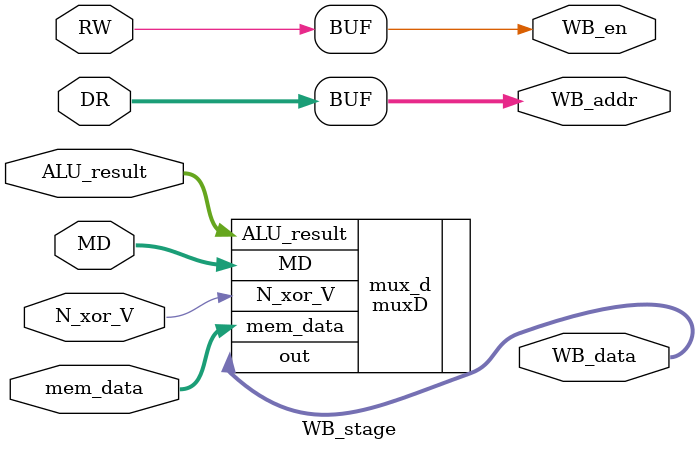
<source format=v>
module WB_stage(
    // Data inputs
    input wire [31:0] ALU_result,   // ALU computation result from EX stage - used for most arithmetic/logical operations
    input wire [31:0] mem_data,     // Data read from memory in EX stage - used for load operations
    input wire N_xor_V,             // N XOR V condition flag from EX stage - used for SLT (Set Less Than) instruction
    // Control inputs
    input wire [1:0] MD,            // Memory Data select control - determines data source for register write: 00=ALU, 01=memory, 10=N⊕V
    input wire RW,                  // Register Write enable - controls whether register file is written to
    input wire [4:0] DR,            // Destination Register number - specifies which register to write to (R0-R31)
    // Outputs
    output wire [31:0] WB_data,     // Final data value to write to register file - selected from the three input sources
    output wire [4:0] WB_addr,      // Register address to write to (simply passes through DR)
    output wire WB_en               // Final write enable signal for register file (simply passes through RW)
);
    /*
     * Write Back (WB) Stage - Fourth and final stage of the 4-stage RISC CPU pipeline
     *
     * Purpose and Operation:
     * ---------------------
     * The WB stage is responsible for selecting the appropriate data to write back
     * to the register file and generating the control signals for the write operation.
     * 
     * This stage represents the completion of instruction execution and is where
     * the CPU finally updates the architectural state visible to the programmer.
     * 
     * Key Functions:
     * -------------
     * 1. Data Selection - Choose the appropriate value to write to registers:
     *    - ALU result for arithmetic, logical, and shift operations
     *    - Memory data for load operations
     *    - N⊕V flag for SLT (Set Less Than) instruction
     * 
     * 2. Register Write Control - Generate the signals needed to:
     *    - Specify which register to write to (WB_addr from DR)
     *    - Enable or disable the write operation (WB_en from RW)
     * 
     * The MuxD component has three inputs selected by the 2-bit MD control signal:
     * - MD=00: ALU_result (from arithmetic/logical operations)
     * - MD=01: mem_data (from load operations)
     * - MD=10: N⊕V flag (extended to 32 bits for SLT instruction)
     *
     * Note: When RW=0, no register write occurs regardless of other signals.
     */

    // MuxD - Write Back Data Selection Multiplexer
    // Selects the appropriate data source for register write operations
    // based on the type of instruction being executed
    muxD mux_d(
        .ALU_result(ALU_result),   // ALU computation result (for arithmetic/logical operations)
        .mem_data(mem_data),       // Memory data (for load operations)
        .N_xor_V(N_xor_V),         // N XOR V condition flag (for SLT instruction)
        .MD(MD),                   // Memory Data select control signal (2 bits)
        .out(WB_data)              // Selected data output to register file
    );

    // Write back control signals - Pass through from pipeline registers
    // These signals connect directly to the register file to control the write operation
    assign WB_addr = DR;           // Destination Register number becomes the write address
    assign WB_en = RW;             // Register Write enable becomes the write enable signal
    
    // Debug output - Displays register write information when enabled
    // This helps track the flow of data from the pipeline to the register file
    always @(*) begin
        if (RW)
            $display("WB DEBUG: Write enabled DR=%d WB_data=%h", DR, WB_data);
    end

endmodule 
</source>
